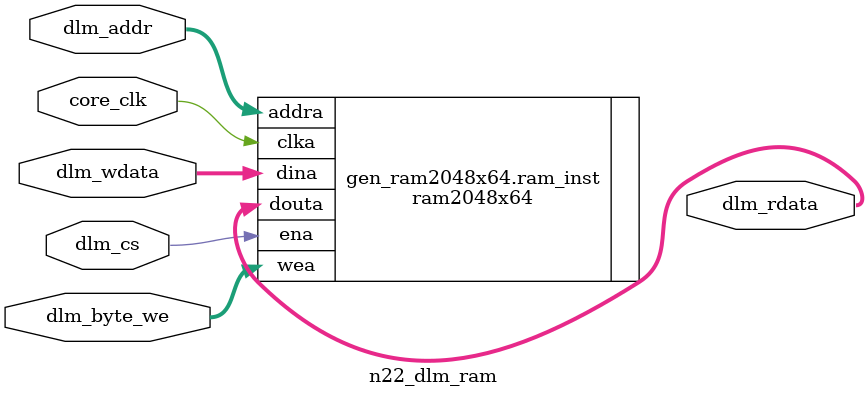
<source format=v>

module n22_dlm_ram (
		  core_clk,
		  dlm_cs,
		  dlm_addr,
		  dlm_byte_we,
		  dlm_wdata,
		  dlm_rdata
);
parameter DLM_RAM_AW = 11;
parameter DLM_RAM_DW = 64;
parameter DLM_RAM_BWEW = 8;
parameter DLM_ECC_TYPE = "none";

localparam DLM_DW           = DLM_RAM_BWEW*8;
localparam DLM_DATA_MSB     = DLM_DW-1;
localparam DLM_DATA_LSB     = 0;
localparam DLM_ECCW    	    = (DLM_DW == 64) ? 8 : (DLM_ECC_TYPE == "ecc" ? 7 : 4);
localparam DLM_ECC_CODE_LSB = DLM_DATA_MSB+1;
localparam DLM_ECC_CODE_MSB = DLM_ECC_CODE_LSB+DLM_ECCW-1;

input                   core_clk;
input                   dlm_cs;
input      [DLM_RAM_AW-1:0] dlm_addr;
input    [DLM_RAM_BWEW-1:0] dlm_byte_we;
input      [DLM_RAM_DW-1:0] dlm_wdata;
output     [DLM_RAM_DW-1:0] dlm_rdata;

wire                        dlm_word_we = |dlm_byte_we;



generate
if ((DLM_RAM_AW==7) && (DLM_RAM_DW==32)) begin : gen_ram128x32
	ram128x32 ram_inst (
		.clka	(core_clk),
		.ena	(dlm_cs),
		.wea	(dlm_byte_we),
		.addra	(dlm_addr),
		.dina	(dlm_wdata),
		.douta	(dlm_rdata)
	);
end
endgenerate

generate
if ((DLM_RAM_AW==7) && (DLM_RAM_DW==39)) begin : gen_ram128x39
	ram128x39 ram_inst (
		.clka	(core_clk),
		.ena	(dlm_cs),
		.wea	(dlm_word_we),
		.addra	(dlm_addr),
		.dina	(dlm_wdata),
		.douta	(dlm_rdata)
	);
end
endgenerate

generate
if ((DLM_RAM_AW==7) && (DLM_RAM_DW==64)) begin : gen_ram128x64
	ram128x64 ram_inst (
		.clka	(core_clk),
		.ena	(dlm_cs),
		.wea	(dlm_byte_we),
		.addra	(dlm_addr),
		.dina	(dlm_wdata),
		.douta	(dlm_rdata)
	);
end
endgenerate

generate
if ((DLM_RAM_AW==7) && (DLM_RAM_DW==72)) begin : gen_ram128x72
	ram128x72 ram_inst (
		.clka	(core_clk),
		.ena	(dlm_cs),
		.wea	({9{dlm_word_we}}),
		.addra	(dlm_addr),
		.dina	(dlm_wdata),
		.douta	(dlm_rdata)
	);
end
endgenerate

generate
if ((DLM_RAM_AW==8) && (DLM_RAM_DW==32)) begin : gen_ram256x32
	ram256x32 ram_inst (
		.clka	(core_clk),
		.ena	(dlm_cs),
		.wea	(dlm_byte_we),
		.addra	(dlm_addr),
		.dina	(dlm_wdata),
		.douta	(dlm_rdata)
	);
end
endgenerate

generate
if ((DLM_RAM_AW==8) && (DLM_RAM_DW==39)) begin : gen_ram256x39
	ram256x39 ram_inst (
		.clka	(core_clk),
		.ena	(dlm_cs),
		.wea	(dlm_word_we),
		.addra	(dlm_addr),
		.dina	(dlm_wdata),
		.douta	(dlm_rdata)
	);
end
endgenerate

generate
if ((DLM_RAM_AW==8) && (DLM_RAM_DW==64)) begin : gen_ram256x64
	ram256x64 ram_inst (
		.clka	(core_clk),
		.ena	(dlm_cs),
		.wea	(dlm_byte_we),
		.addra	(dlm_addr),
		.dina	(dlm_wdata),
		.douta	(dlm_rdata)
	);
end
endgenerate

generate
if ((DLM_RAM_AW==8) && (DLM_RAM_DW==72)) begin : gen_ram256x72
	ram256x72 ram_inst (
		.clka	(core_clk),
		.ena	(dlm_cs),
		.wea	({9{dlm_word_we}}),
		.addra	(dlm_addr),
		.dina	(dlm_wdata),
		.douta	(dlm_rdata)
	);
end
endgenerate

generate
if ((DLM_RAM_AW==9) && (DLM_RAM_DW==32)) begin : gen_ram512x32
	ram512x32 ram_inst (
		.clka	(core_clk),
		.ena	(dlm_cs),
		.wea	(dlm_byte_we),
		.addra	(dlm_addr),
		.dina	(dlm_wdata),
		.douta	(dlm_rdata)
	);
end
endgenerate

generate
if ((DLM_RAM_AW==9) && (DLM_RAM_DW==39)) begin : gen_ram512x39
	ram512x39 ram_inst (
		.clka	(core_clk),
		.ena	(dlm_cs),
		.wea	(dlm_word_we),
		.addra	(dlm_addr),
		.dina	(dlm_wdata),
		.douta	(dlm_rdata)
	);
end
endgenerate

generate
if ((DLM_RAM_AW==9) && (DLM_RAM_DW==64)) begin : gen_ram512x64
	ram512x64 ram_inst (
		.clka	(core_clk),
		.ena	(dlm_cs),
		.wea	(dlm_byte_we),
		.addra	(dlm_addr),
		.dina	(dlm_wdata),
		.douta	(dlm_rdata)
	);
end
endgenerate

generate
if ((DLM_RAM_AW==9) && (DLM_RAM_DW==72)) begin : gen_ram512x72
	ram512x72 ram_inst (
		.clka	(core_clk),
		.ena	(dlm_cs),
		.wea	({9{dlm_word_we}}),
		.addra	(dlm_addr),
		.dina	(dlm_wdata),
		.douta	(dlm_rdata)
	);
end
endgenerate

generate
if ((DLM_RAM_AW==10) && (DLM_RAM_DW==32)) begin : gen_ram1024x32
	ram1024x32 ram_inst (
		.clka	(core_clk),
		.ena	(dlm_cs),
		.wea	(dlm_byte_we),
		.addra	(dlm_addr),
		.dina	(dlm_wdata),
		.douta	(dlm_rdata)
	);
end
endgenerate

generate
if ((DLM_RAM_AW==10) && (DLM_RAM_DW==39)) begin : gen_ram1024x39
	ram1024x39 ram_inst (
		.clka	(core_clk),
		.ena	(dlm_cs),
		.wea	(dlm_word_we),
		.addra	(dlm_addr),
		.dina	(dlm_wdata),
		.douta	(dlm_rdata)
	);
end
endgenerate

generate
if ((DLM_RAM_AW==10) && (DLM_RAM_DW==64)) begin : gen_ram1024x64
	ram1024x64 ram_inst (
		.clka	(core_clk),
		.ena	(dlm_cs),
		.wea	(dlm_byte_we),
		.addra	(dlm_addr),
		.dina	(dlm_wdata),
		.douta	(dlm_rdata)
	);
end
endgenerate

generate
if ((DLM_RAM_AW==10) && (DLM_RAM_DW==72)) begin : gen_ram1024x72
	ram1024x72 ram_inst (
		.clka	(core_clk),
		.ena	(dlm_cs),
		.wea	({9{dlm_word_we}}),
		.addra	(dlm_addr),
		.dina	(dlm_wdata),
		.douta	(dlm_rdata)
	);
end
endgenerate

generate
if ((DLM_RAM_AW==11) && (DLM_RAM_DW==32)) begin : gen_ram2048x32
	ram2048x32 ram_inst (
		.clka	(core_clk),
		.ena	(dlm_cs),
		.wea	(dlm_byte_we),
		.addra	(dlm_addr),
		.dina	(dlm_wdata),
		.douta	(dlm_rdata)
	);
end
endgenerate

generate
if ((DLM_RAM_AW==11) && (DLM_RAM_DW==39)) begin : gen_ram2048x39
	ram2048x39 ram_inst (
		.clka	(core_clk),
		.ena	(dlm_cs),
		.wea	(dlm_word_we),
		.addra	(dlm_addr),
		.dina	(dlm_wdata),
		.douta	(dlm_rdata)
	);
end
endgenerate

generate
if ((DLM_RAM_AW==11) && (DLM_RAM_DW==64)) begin : gen_ram2048x64
	ram2048x64 ram_inst (
		.clka	(core_clk),
		.ena	(dlm_cs),
		.wea	(dlm_byte_we),
		.addra	(dlm_addr),
		.dina	(dlm_wdata),
		.douta	(dlm_rdata)
	);
end
endgenerate

generate
if ((DLM_RAM_AW==11) && (DLM_RAM_DW==72)) begin : gen_ram2048x72
	ram2048x72 ram_inst (
		.clka	(core_clk),
		.ena	(dlm_cs),
		.wea	({9{dlm_word_we}}),
		.addra	(dlm_addr),
		.dina	(dlm_wdata),
		.douta	(dlm_rdata)
	);
end
endgenerate

generate
if ((DLM_RAM_AW==12) && (DLM_RAM_DW==32)) begin : gen_ram4096x32
	ram4096x32 ram_inst (
		.clka	(core_clk),
		.ena	(dlm_cs),
		.wea	(dlm_byte_we),
		.addra	(dlm_addr),
		.dina	(dlm_wdata),
		.douta	(dlm_rdata)
	);
end
endgenerate

generate
if ((DLM_RAM_AW==12) && (DLM_RAM_DW==39)) begin : gen_ram4096x39
	ram4096x39 ram_inst (
		.clka	(core_clk),
		.ena	(dlm_cs),
		.wea	(dlm_word_we),
		.addra	(dlm_addr),
		.dina	(dlm_wdata),
		.douta	(dlm_rdata)
	);
end
endgenerate

generate
if ((DLM_RAM_AW==12) && (DLM_RAM_DW==64)) begin : gen_ram4096x64
	ram4096x64 ram_inst (
		.clka	(core_clk),
		.ena	(dlm_cs),
		.wea	(dlm_byte_we),
		.addra	(dlm_addr),
		.dina	(dlm_wdata),
		.douta	(dlm_rdata)
	);
end
endgenerate

generate
if ((DLM_RAM_AW==12) && (DLM_RAM_DW==72)) begin : gen_ram4096x72
	ram4096x72 ram_inst (
		.clka	(core_clk),
		.ena	(dlm_cs),
		.wea	({9{dlm_word_we}}),
		.addra	(dlm_addr),
		.dina	(dlm_wdata),
		.douta	(dlm_rdata)
	);
end
endgenerate

generate
if ((DLM_RAM_AW==13) && (DLM_RAM_DW==32)) begin : gen_ram8192x32
	ram8192x32 ram_inst (
		.clka	(core_clk),
		.ena	(dlm_cs),
		.wea	(dlm_byte_we),
		.addra	(dlm_addr),
		.dina	(dlm_wdata),
		.douta	(dlm_rdata)
	);
end
endgenerate

generate
if ((DLM_RAM_AW==13) && (DLM_RAM_DW==39)) begin : gen_ram8192x39
	ram8192x39 ram_inst (
		.clka	(core_clk),
		.ena	(dlm_cs),
		.wea	(dlm_word_we),
		.addra	(dlm_addr),
		.dina	(dlm_wdata),
		.douta	(dlm_rdata)
	);
end
endgenerate

generate
if ((DLM_RAM_AW==13) && (DLM_RAM_DW==64)) begin : gen_ram8192x64
	ram8192x64 ram_inst (
		.clka	(core_clk),
		.ena	(dlm_cs),
		.wea	(dlm_byte_we),
		.addra	(dlm_addr),
		.dina	(dlm_wdata),
		.douta	(dlm_rdata)
	);
end
endgenerate

generate
if ((DLM_RAM_AW==13) && (DLM_RAM_DW==72)) begin : gen_ram8192x72
	ram8192x72 ram_inst (
		.clka	(core_clk),
		.ena	(dlm_cs),
		.wea	({9{dlm_word_we}}),
		.addra	(dlm_addr),
		.dina	(dlm_wdata),
		.douta	(dlm_rdata)
	);
end
endgenerate

generate
if ((DLM_RAM_AW==14) && (DLM_RAM_DW==32)) begin : gen_ram16384x32
	ram16384x32 ram_inst (
		.clka	(core_clk),
		.ena	(dlm_cs),
		.wea	(dlm_byte_we),
		.addra	(dlm_addr),
		.dina	(dlm_wdata),
		.douta	(dlm_rdata)
	);
end
endgenerate

generate
if ((DLM_RAM_AW==14) && (DLM_RAM_DW==39)) begin : gen_ram16384x39
	ram16384x39 ram_inst (
		.clka	(core_clk),
		.ena	(dlm_cs),
		.wea	(dlm_word_we),
		.addra	(dlm_addr),
		.dina	(dlm_wdata),
		.douta	(dlm_rdata)
	);
end
endgenerate

generate
if ((DLM_RAM_AW==14) && (DLM_RAM_DW==64)) begin : gen_ram16384x64
	ram16384x64 ram_inst (
		.clka	(core_clk),
		.ena	(dlm_cs),
		.wea	(dlm_byte_we),
		.addra	(dlm_addr),
		.dina	(dlm_wdata),
		.douta	(dlm_rdata)
	);
end
endgenerate

generate
if ((DLM_RAM_AW==14) && (DLM_RAM_DW==72)) begin : gen_ram16384x72
	ram16384x72 ram_inst (
		.clka	(core_clk),
		.ena	(dlm_cs),
		.wea	({9{dlm_word_we}}),
		.addra	(dlm_addr),
		.dina	(dlm_wdata),
		.douta	(dlm_rdata)
	);
end
endgenerate

generate
if ((DLM_RAM_AW==15) && (DLM_RAM_DW==32)) begin : gen_ram32768x32
	ram32768x32 ram_inst (
		.clka	(core_clk),
		.ena	(dlm_cs),
		.wea	(dlm_byte_we),
		.addra	(dlm_addr),
		.dina	(dlm_wdata),
		.douta	(dlm_rdata)
	);
end
endgenerate

generate
if ((DLM_RAM_AW==15) && (DLM_RAM_DW==39)) begin : gen_ram32768x39
	ram32768x39 ram_inst (
		.clka	(core_clk),
		.ena	(dlm_cs),
		.wea	(dlm_word_we),
		.addra	(dlm_addr),
		.dina	(dlm_wdata),
		.douta	(dlm_rdata)
	);
end
endgenerate

generate
if ((DLM_RAM_AW==15) && (DLM_RAM_DW==64)) begin : gen_ram32768x64
	ram32768x64 ram_inst (
		.clka	(core_clk),
		.ena	(dlm_cs),
		.wea	(dlm_byte_we),
		.addra	(dlm_addr),
		.dina	(dlm_wdata),
		.douta	(dlm_rdata)
	);
end
endgenerate

generate
if ((DLM_RAM_AW==15) && (DLM_RAM_DW==72)) begin : gen_ram32768x72
	ram32768x72 ram_inst (
		.clka	(core_clk),
		.ena	(dlm_cs),
		.wea	({9{dlm_word_we}}),
		.addra	(dlm_addr),
		.dina	(dlm_wdata),
		.douta	(dlm_rdata)
	);
end
endgenerate

generate
if ((DLM_RAM_AW==16) && (DLM_RAM_DW==32)) begin : gen_ram65536x32
	ram65536x32 ram_inst (
		.clka	(core_clk),
		.ena	(dlm_cs),
		.wea	(dlm_byte_we),
		.addra	(dlm_addr),
		.dina	(dlm_wdata),
		.douta	(dlm_rdata)
	);
end
endgenerate

generate
if ((DLM_RAM_AW==16) && (DLM_RAM_DW==39)) begin : gen_ram65536x39
	ram65536x39 ram_inst (
		.clka	(core_clk),
		.ena	(dlm_cs),
		.wea	(dlm_word_we),
		.addra	(dlm_addr),
		.dina	(dlm_wdata),
		.douta	(dlm_rdata)
	);
end
endgenerate

generate
if ((DLM_RAM_AW==16) && (DLM_RAM_DW==64)) begin : gen_ram65536x64
	ram65536x64 ram_inst (
		.clka	(core_clk),
		.ena	(dlm_cs),
		.wea	(dlm_byte_we),
		.addra	(dlm_addr),
		.dina	(dlm_wdata),
		.douta	(dlm_rdata)
	);
end
endgenerate

generate
if ((DLM_RAM_AW==16) && (DLM_RAM_DW==72)) begin : gen_ram65536x72
	ram65536x72 ram_inst (
		.clka	(core_clk),
		.ena	(dlm_cs),
		.wea	({9{dlm_word_we}}),
		.addra	(dlm_addr),
		.dina	(dlm_wdata),
		.douta	(dlm_rdata)
	);
end
endgenerate

generate
if ((DLM_RAM_AW==17) && (DLM_RAM_DW==32)) begin : gen_ram131072x32
	ram131072x32 ram_inst (
		.clka	(core_clk),
		.ena	(dlm_cs),
		.wea	(dlm_byte_we),
		.addra	(dlm_addr),
		.dina	(dlm_wdata),
		.douta	(dlm_rdata)
	);
end
endgenerate

generate
if ((DLM_RAM_AW==17) && (DLM_RAM_DW==39)) begin : gen_ram131072x39
	ram131072x39 ram_inst (
		.clka	(core_clk),
		.ena	(dlm_cs),
		.wea	(dlm_word_we),
		.addra	(dlm_addr),
		.dina	(dlm_wdata),
		.douta	(dlm_rdata)
	);
end
endgenerate

generate
if ((DLM_RAM_AW==17) && (DLM_RAM_DW==64)) begin : gen_ram131072x64
	ram131072x64 ram_inst (
		.clka	(core_clk),
		.ena	(dlm_cs),
		.wea	(dlm_byte_we),
		.addra	(dlm_addr),
		.dina	(dlm_wdata),
		.douta	(dlm_rdata)
	);
end
endgenerate

generate
if ((DLM_RAM_AW==17) && (DLM_RAM_DW==72)) begin : gen_ram131072x72
	ram131072x72 ram_inst (
		.clka	(core_clk),
		.ena	(dlm_cs),
		.wea	({9{dlm_word_we}}),
		.addra	(dlm_addr),
		.dina	(dlm_wdata),
		.douta	(dlm_rdata)
	);
end
endgenerate

generate
if ((DLM_RAM_AW==18) && (DLM_RAM_DW==32)) begin : gen_ram262144x32
	ram262144x32 ram_inst (
		.clka	(core_clk),
		.ena	(dlm_cs),
		.wea	(dlm_byte_we),
		.addra	(dlm_addr),
		.dina	(dlm_wdata),
		.douta	(dlm_rdata)
	);
end
endgenerate

generate
if ((DLM_RAM_AW==18) && (DLM_RAM_DW==39)) begin : gen_ram262144x39
	ram262144x39 ram_inst (
		.clka	(core_clk),
		.ena	(dlm_cs),
		.wea	(dlm_word_we),
		.addra	(dlm_addr),
		.dina	(dlm_wdata),
		.douta	(dlm_rdata)
	);
end
endgenerate

generate
if ((DLM_RAM_AW==18) && (DLM_RAM_DW==64)) begin : gen_ram262144x64
	ram262144x64 ram_inst (
		.clka	(core_clk),
		.ena	(dlm_cs),
		.wea	(dlm_byte_we),
		.addra	(dlm_addr),
		.dina	(dlm_wdata),
		.douta	(dlm_rdata)
	);
end
endgenerate

generate
if ((DLM_RAM_AW==18) && (DLM_RAM_DW==72)) begin : gen_ram262144x72
	ram262144x72 ram_inst (
		.clka	(core_clk),
		.ena	(dlm_cs),
		.wea	({9{dlm_word_we}}),
		.addra	(dlm_addr),
		.dina	(dlm_wdata),
		.douta	(dlm_rdata)
	);
end
endgenerate

generate
if ((DLM_RAM_AW==19) && (DLM_RAM_DW==32)) begin : gen_ram524288x32
	ram524288x32 ram_inst (
		.clka	(core_clk),
		.ena	(dlm_cs),
		.wea	(dlm_byte_we),
		.addra	(dlm_addr),
		.dina	(dlm_wdata),
		.douta	(dlm_rdata)
	);
end
endgenerate

generate
if ((DLM_RAM_AW==19) && (DLM_RAM_DW==39)) begin : gen_ram524288x39
	ram524288x39 ram_inst (
		.clka	(core_clk),
		.ena	(dlm_cs),
		.wea	(dlm_word_we),
		.addra	(dlm_addr),
		.dina	(dlm_wdata),
		.douta	(dlm_rdata)
	);
end
endgenerate

generate
if ((DLM_RAM_AW==19) && (DLM_RAM_DW==64)) begin : gen_ram524288x64
	ram524288x64 ram_inst (
		.clka	(core_clk),
		.ena	(dlm_cs),
		.wea	(dlm_byte_we),
		.addra	(dlm_addr),
		.dina	(dlm_wdata),
		.douta	(dlm_rdata)
	);
end
endgenerate

generate
if ((DLM_RAM_AW==19) && (DLM_RAM_DW==72)) begin : gen_ram524288x72
	ram524288x72 ram_inst (
		.clka	(core_clk),
		.ena	(dlm_cs),
		.wea	({9{dlm_word_we}}),
		.addra	(dlm_addr),
		.dina	(dlm_wdata),
		.douta	(dlm_rdata)
	);
end
endgenerate

generate
if ((DLM_RAM_AW==20) && (DLM_RAM_DW==32)) begin : gen_ram1048576x32
	ram1048576x32 ram_inst (
		.clka	(core_clk),
		.ena	(dlm_cs),
		.wea	(dlm_byte_we),
		.addra	(dlm_addr),
		.dina	(dlm_wdata),
		.douta	(dlm_rdata)
	);
end
endgenerate

generate
if ((DLM_RAM_AW==20) && (DLM_RAM_DW==39)) begin : gen_ram1048576x39
	ram1048576x39 ram_inst (
		.clka	(core_clk),
		.ena	(dlm_cs),
		.wea	(dlm_word_we),
		.addra	(dlm_addr),
		.dina	(dlm_wdata),
		.douta	(dlm_rdata)
	);
end
endgenerate

generate
if ((DLM_RAM_AW==20) && (DLM_RAM_DW==64)) begin : gen_ram1048576x64
	ram1048576x64 ram_inst (
		.clka	(core_clk),
		.ena	(dlm_cs),
		.wea	(dlm_byte_we),
		.addra	(dlm_addr),
		.dina	(dlm_wdata),
		.douta	(dlm_rdata)
	);
end
endgenerate

generate
if ((DLM_RAM_AW==20) && (DLM_RAM_DW==72)) begin : gen_ram1048576x72
	ram1048576x72 ram_inst (
		.clka	(core_clk),
		.ena	(dlm_cs),
		.wea	({9{dlm_word_we}}),
		.addra	(dlm_addr),
		.dina	(dlm_wdata),
		.douta	(dlm_rdata)
	);
end
endgenerate

generate
if ((DLM_RAM_AW==21) && (DLM_RAM_DW==32)) begin : gen_ram2097152x32
	ram2097152x32 ram_inst (
		.clka	(core_clk),
		.ena	(dlm_cs),
		.wea	(dlm_byte_we),
		.addra	(dlm_addr),
		.dina	(dlm_wdata),
		.douta	(dlm_rdata)
	);
end
endgenerate

generate
if ((DLM_RAM_AW==21) && (DLM_RAM_DW==39)) begin : gen_ram2097152x39
	ram2097152x39 ram_inst (
		.clka	(core_clk),
		.ena	(dlm_cs),
		.wea	(dlm_word_we),
		.addra	(dlm_addr),
		.dina	(dlm_wdata),
		.douta	(dlm_rdata)
	);
end
endgenerate

generate
if ((DLM_RAM_AW==21) && (DLM_RAM_DW==64)) begin : gen_ram2097152x64
	ram2097152x64 ram_inst (
		.clka	(core_clk),
		.ena	(dlm_cs),
		.wea	(dlm_byte_we),
		.addra	(dlm_addr),
		.dina	(dlm_wdata),
		.douta	(dlm_rdata)
	);
end
endgenerate

generate
if ((DLM_RAM_AW==21) && (DLM_RAM_DW==72)) begin : gen_ram2097152x72
	ram2097152x72 ram_inst (
		.clka	(core_clk),
		.ena	(dlm_cs),
		.wea	({9{dlm_word_we}}),
		.addra	(dlm_addr),
		.dina	(dlm_wdata),
		.douta	(dlm_rdata)
	);
end
endgenerate


endmodule


</source>
